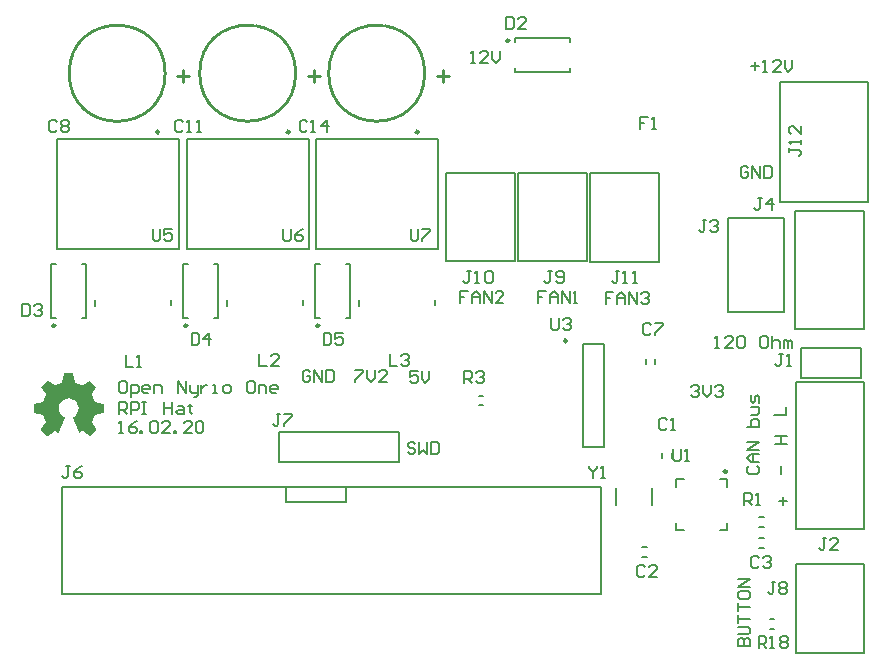
<source format=gto>
%FSLAX25Y25*%
%MOIN*%
G70*
G01*
G75*
G04 Layer_Color=65535*
%ADD10C,0.03937*%
%ADD11C,0.03150*%
%ADD12C,0.00787*%
%ADD13C,0.01575*%
%ADD14C,0.01969*%
%ADD15C,0.02362*%
%ADD16C,0.02756*%
%ADD17C,0.01181*%
%ADD18R,0.09843X0.09843*%
%ADD19R,0.02874X0.01181*%
%ADD20R,0.01181X0.02874*%
%ADD21R,0.05512X0.07874*%
%ADD22R,0.07874X0.05512*%
%ADD23C,0.05906*%
%ADD24R,0.03937X0.03937*%
%ADD25C,0.03937*%
%ADD26R,0.15748X0.06299*%
%ADD27R,0.09449X0.06693*%
%ADD28O,0.08661X0.02362*%
%ADD29C,0.05906*%
%ADD30R,0.06890X0.06890*%
%ADD31C,0.06890*%
%ADD32C,0.06102*%
%ADD33R,0.06102X0.06102*%
%ADD34R,0.06102X0.06102*%
%ADD35C,0.08071*%
%ADD36R,0.08071X0.08071*%
%ADD37C,0.19685*%
%ADD38R,0.06102X0.06000*%
%ADD39C,0.05118*%
%ADD40R,0.05118X0.05118*%
%ADD41C,0.02756*%
%ADD42C,0.02362*%
%ADD43R,0.07087X0.05906*%
%ADD44O,0.07008X0.02362*%
%ADD45R,0.02362X0.05512*%
%ADD46R,0.03937X0.03937*%
%ADD47R,0.08583X0.06378*%
%ADD48R,0.08976X0.07480*%
%ADD49R,0.10039X0.11614*%
%ADD50C,0.01000*%
%ADD51C,0.00984*%
%ADD52C,0.00591*%
G36*
X32079Y102903D02*
X32115Y102817D01*
X32112Y102816D01*
X32647Y100029D01*
X32682Y99943D01*
X32739Y99919D01*
X35074Y98952D01*
X35131Y98929D01*
X35217Y98964D01*
X35215Y98967D01*
X37564Y100560D01*
X37650Y100595D01*
X37765Y100548D01*
X37756Y100539D01*
X39773Y98539D01*
X39821Y98425D01*
X39785Y98339D01*
X39783Y98340D01*
X38190Y95991D01*
X38154Y95906D01*
X38178Y95848D01*
X39145Y93514D01*
X39169Y93457D01*
X39254Y93421D01*
X39255Y93424D01*
X42042Y92889D01*
X42128Y92854D01*
X42176Y92739D01*
X42164D01*
X42176Y89899D01*
Y89899D01*
X42128Y89784D01*
X42042Y89748D01*
X42042Y89751D01*
X39254Y89217D01*
X39169Y89181D01*
X39145Y89124D01*
X39145D01*
X38178Y86790D01*
X38154Y86732D01*
X38190Y86646D01*
X38192Y86648D01*
X39785Y84299D01*
X39821Y84213D01*
X39773Y84099D01*
X39765Y84107D01*
X37765Y82090D01*
X37650Y82042D01*
X37564Y82078D01*
X37566Y82081D01*
X35217Y83674D01*
X35131Y83709D01*
X35074Y83685D01*
X34005Y83243D01*
X33947Y83219D01*
X33833Y83266D01*
X33809Y83324D01*
X31841Y88144D01*
X31817Y88201D01*
X31865Y88316D01*
X31917Y88337D01*
X31918Y88335D01*
X32200Y88452D01*
X32886Y88978D01*
X33412Y89663D01*
X33742Y90462D01*
X33855Y91319D01*
X33742Y92176D01*
X33412Y92974D01*
X32886Y93660D01*
X32200Y94186D01*
X31401Y94517D01*
X30544Y94630D01*
X29688Y94517D01*
X28889Y94186D01*
X28203Y93660D01*
X27677Y92974D01*
X27346Y92176D01*
X27234Y91319D01*
X27346Y90462D01*
X27677Y89663D01*
X28203Y88978D01*
X28889Y88452D01*
X29171Y88335D01*
X29172Y88337D01*
X29224Y88316D01*
X29272Y88201D01*
X29248Y88144D01*
X27280Y83324D01*
X27256Y83266D01*
X27141Y83219D01*
X27084Y83243D01*
X26015Y83685D01*
X25958Y83709D01*
X25872Y83674D01*
X25874Y83671D01*
X23525Y82078D01*
X23439Y82042D01*
X23324Y82090D01*
X23333Y82099D01*
X21316Y84099D01*
X21268Y84213D01*
X21304Y84299D01*
X21306Y84297D01*
X22899Y86646D01*
X22935Y86732D01*
X22911Y86790D01*
X21944Y89124D01*
X21920Y89181D01*
X21834Y89217D01*
X21834Y89214D01*
X19046Y89748D01*
X18960Y89784D01*
X18913Y89899D01*
X18925D01*
X18913Y92739D01*
X18960Y92854D01*
X19046Y92889D01*
X19047Y92886D01*
X21834Y93421D01*
X21920Y93457D01*
X21944Y93514D01*
X21944D01*
X22911Y95848D01*
X22935Y95906D01*
X22899Y95991D01*
X22896Y95990D01*
X21304Y98339D01*
X21268Y98425D01*
X21316Y98539D01*
X21324Y98531D01*
X23324Y100548D01*
X23439Y100595D01*
X23525Y100560D01*
X23523Y100557D01*
X25872Y98964D01*
X25958Y98929D01*
X26015Y98952D01*
X28349Y99919D01*
X28407Y99943D01*
X28442Y100029D01*
X28439Y100030D01*
X28974Y102817D01*
X29009Y102903D01*
X29124Y102950D01*
X29124D01*
Y102938D01*
X31965Y102950D01*
X31965D01*
X32079Y102903D01*
D02*
G37*
D12*
X294500Y101500D02*
Y111500D01*
X274500Y101500D02*
X294500D01*
X274500D02*
Y111500D01*
X294500D01*
X156327Y140315D02*
Y169843D01*
Y140315D02*
X179161D01*
Y169843D01*
X156327D02*
X179161D01*
X180327Y140315D02*
Y169843D01*
Y140315D02*
X203161D01*
Y169843D01*
X180327D02*
X203161D01*
X204327Y140157D02*
Y169685D01*
Y140157D02*
X227161D01*
Y169685D01*
X204327D02*
X227161D01*
X297000Y160000D02*
Y200000D01*
X267500Y160000D02*
Y200000D01*
X297000D01*
X267500Y160000D02*
X297000D01*
X153665Y144465D02*
Y181079D01*
X113114Y144465D02*
X153665D01*
X113114D02*
Y181079D01*
X153665D01*
X110665Y144465D02*
Y181079D01*
X70114Y144465D02*
X110665D01*
X70114D02*
Y181079D01*
X110665D01*
X67165Y144465D02*
Y181079D01*
X26614Y144465D02*
X67165D01*
X26614D02*
Y181079D01*
X67165D01*
X112791Y121445D02*
Y139555D01*
X124209Y121445D02*
Y139555D01*
X112791Y121445D02*
X114169D01*
X112791Y139555D02*
X114169D01*
X122831Y121445D02*
X124209D01*
X122831Y139555D02*
X124209D01*
X68791Y121445D02*
Y139555D01*
X80209Y121445D02*
Y139555D01*
X68791Y121445D02*
X70169D01*
X68791Y139555D02*
X70169D01*
X78831Y121445D02*
X80209D01*
X78831Y139555D02*
X80209D01*
X24791Y121445D02*
Y139555D01*
X36209Y121445D02*
Y139555D01*
X24791Y121445D02*
X26169D01*
X24791Y139555D02*
X26169D01*
X34831Y121445D02*
X36209D01*
X34831Y139555D02*
X36209D01*
X272945Y50972D02*
X295779D01*
X272945D02*
Y100185D01*
X295779D01*
Y50972D02*
Y100185D01*
X295673Y9815D02*
Y39342D01*
X272839D02*
X295673D01*
X272839Y9815D02*
Y39342D01*
Y9815D02*
X295673D01*
X179445Y214709D02*
X197555D01*
X179445Y203291D02*
X197555D01*
X179445Y213331D02*
Y214709D01*
X197555Y213331D02*
Y214709D01*
X179445Y203291D02*
Y204669D01*
X197555Y203291D02*
Y204669D01*
X28157Y65205D02*
X208079D01*
X28157Y29378D02*
X208079D01*
Y65205D01*
X28157Y29378D02*
Y65205D01*
X103118Y60106D02*
Y64811D01*
Y60106D02*
X123118D01*
Y64811D01*
X260800Y51900D02*
X262200D01*
X260800Y55100D02*
X262200D01*
X228425Y74713D02*
Y76287D01*
X231575Y74713D02*
Y76287D01*
X272500Y117657D02*
X295500D01*
Y157158D01*
X272500D02*
X295500D01*
X272500Y117657D02*
Y157158D01*
X64795Y125713D02*
Y127484D01*
X39205Y125516D02*
Y127287D01*
X108795Y125713D02*
Y127484D01*
X83205Y125516D02*
Y127287D01*
X152795Y125713D02*
Y127484D01*
X127205Y125516D02*
Y127287D01*
X221713Y45075D02*
X223287D01*
X221713Y41925D02*
X223287D01*
X260713Y44925D02*
X262287D01*
X260713Y48075D02*
X262287D01*
X213094Y59244D02*
Y64756D01*
X224905Y59244D02*
Y64756D01*
X226075Y106213D02*
Y107787D01*
X222925Y106213D02*
Y107787D01*
X201957Y78374D02*
X209043D01*
X201957Y112626D02*
X209043D01*
Y78374D02*
Y112626D01*
X201957Y78374D02*
Y112626D01*
X167300Y95600D02*
X168700D01*
X167300Y92400D02*
X168700D01*
X100500Y83500D02*
X140500D01*
X100500Y73500D02*
Y83500D01*
Y73500D02*
X140500D01*
Y83500D01*
X264300Y21100D02*
X265700D01*
X264300Y17900D02*
X265700D01*
X268992Y123378D02*
Y154677D01*
X250291D02*
X268992D01*
X250291Y123378D02*
Y154677D01*
Y123378D02*
X268992D01*
D50*
X149193Y203031D02*
G03*
X149193Y203031I-16000J0D01*
G01*
X106193D02*
G03*
X106193Y203031I-16000J0D01*
G01*
X147185Y183441D02*
G03*
X147185Y183441I-500J0D01*
G01*
X104185D02*
G03*
X104185Y183441I-500J0D01*
G01*
X60685D02*
G03*
X60685Y183441I-500J0D01*
G01*
X62693Y203000D02*
G03*
X62693Y203000I-16000J0D01*
G01*
X157193Y202032D02*
X153194D01*
X155194Y200033D02*
Y204032D01*
X114193Y202032D02*
X110194D01*
X112194Y200033D02*
Y204032D01*
X70693Y202001D02*
X66694D01*
X68694Y200002D02*
Y204000D01*
D51*
X249929Y70260D02*
G03*
X249929Y70260I-492J0D01*
G01*
X114071Y118886D02*
G03*
X114071Y118886I-492J0D01*
G01*
X70071D02*
G03*
X70071Y118886I-492J0D01*
G01*
X26071D02*
G03*
X26071Y118886I-492J0D01*
G01*
X177378Y213921D02*
G03*
X177378Y213921I-492J0D01*
G01*
X196543Y113847D02*
G03*
X196543Y113847I-492J0D01*
G01*
D52*
X233098Y65240D02*
Y67701D01*
X235559D01*
X233098Y50772D02*
Y53232D01*
Y50772D02*
X235559D01*
X247567D02*
X250028D01*
Y53232D01*
Y65240D02*
Y67701D01*
X247567D02*
X250028D01*
X164703Y137118D02*
X163391D01*
X164047D01*
Y133838D01*
X163391Y133182D01*
X162735D01*
X162079Y133838D01*
X166015Y133182D02*
X167326D01*
X166671D01*
Y137118D01*
X166015Y136462D01*
X169294D02*
X169950Y137118D01*
X171262D01*
X171918Y136462D01*
Y133838D01*
X171262Y133182D01*
X169950D01*
X169294Y133838D01*
Y136462D01*
X101124Y89436D02*
X99812D01*
X100468D01*
Y86156D01*
X99812Y85500D01*
X99156D01*
X98500Y86156D01*
X102436Y89436D02*
X105060D01*
Y88780D01*
X102436Y86156D01*
Y85500D01*
X204000Y71936D02*
Y71280D01*
X205312Y69968D01*
X206624Y71280D01*
Y71936D01*
X205312Y69968D02*
Y68000D01*
X207936D02*
X209248D01*
X208592D01*
Y71936D01*
X207936Y71280D01*
X144500Y150936D02*
Y147656D01*
X145156Y147000D01*
X146468D01*
X147124Y147656D01*
Y150936D01*
X148436D02*
X151060D01*
Y150280D01*
X148436Y147656D01*
Y147000D01*
X102000Y150936D02*
Y147656D01*
X102656Y147000D01*
X103968D01*
X104624Y147656D01*
Y150936D01*
X108560D02*
X107248Y150280D01*
X105936Y148968D01*
Y147656D01*
X106592Y147000D01*
X107904D01*
X108560Y147656D01*
Y148312D01*
X107904Y148968D01*
X105936D01*
X58500Y150936D02*
Y147656D01*
X59156Y147000D01*
X60468D01*
X61124Y147656D01*
Y150936D01*
X65060D02*
X62436D01*
Y148968D01*
X63748Y149624D01*
X64404D01*
X65060Y148968D01*
Y147656D01*
X64404Y147000D01*
X63092D01*
X62436Y147656D01*
X191251Y121380D02*
Y118101D01*
X191907Y117445D01*
X193219D01*
X193875Y118101D01*
Y121380D01*
X195187Y120725D02*
X195843Y121380D01*
X197155D01*
X197811Y120725D01*
Y120069D01*
X197155Y119413D01*
X196499D01*
X197155D01*
X197811Y118757D01*
Y118101D01*
X197155Y117445D01*
X195843D01*
X195187Y118101D01*
X231950Y77780D02*
Y74500D01*
X232606Y73844D01*
X233918D01*
X234574Y74500D01*
Y77780D01*
X235886Y73844D02*
X237198D01*
X236542D01*
Y77780D01*
X235886Y77124D01*
X260500Y11500D02*
Y15436D01*
X262468D01*
X263124Y14780D01*
Y13468D01*
X262468Y12812D01*
X260500D01*
X261812D02*
X263124Y11500D01*
X264436D02*
X265748D01*
X265092D01*
Y15436D01*
X264436Y14780D01*
X267716D02*
X268372Y15436D01*
X269683D01*
X270339Y14780D01*
Y14124D01*
X269683Y13468D01*
X270339Y12812D01*
Y12156D01*
X269683Y11500D01*
X268372D01*
X267716Y12156D01*
Y12812D01*
X268372Y13468D01*
X267716Y14124D01*
Y14780D01*
X268372Y13468D02*
X269683D01*
X162251Y99745D02*
Y103681D01*
X164219D01*
X164875Y103025D01*
Y101713D01*
X164219Y101057D01*
X162251D01*
X163563D02*
X164875Y99745D01*
X166187Y103025D02*
X166843Y103681D01*
X168155D01*
X168811Y103025D01*
Y102369D01*
X168155Y101713D01*
X167499D01*
X168155D01*
X168811Y101057D01*
Y100401D01*
X168155Y99745D01*
X166843D01*
X166187Y100401D01*
X255800Y59200D02*
Y63136D01*
X257768D01*
X258424Y62480D01*
Y61168D01*
X257768Y60512D01*
X255800D01*
X257112D02*
X258424Y59200D01*
X259736D02*
X261048D01*
X260392D01*
Y63136D01*
X259736Y62480D01*
X137500Y109436D02*
Y105500D01*
X140124D01*
X141436Y108780D02*
X142092Y109436D01*
X143404D01*
X144060Y108780D01*
Y108124D01*
X143404Y107468D01*
X142748D01*
X143404D01*
X144060Y106812D01*
Y106156D01*
X143404Y105500D01*
X142092D01*
X141436Y106156D01*
X94034Y109470D02*
Y105535D01*
X96658D01*
X100594D02*
X97970D01*
X100594Y108158D01*
Y108814D01*
X99938Y109470D01*
X98626D01*
X97970Y108814D01*
X49500Y108936D02*
Y105000D01*
X52124D01*
X53436D02*
X54748D01*
X54092D01*
Y108936D01*
X53436Y108280D01*
X270564Y178124D02*
Y176812D01*
Y177468D01*
X273844D01*
X274500Y176812D01*
Y176156D01*
X273844Y175500D01*
X274500Y179436D02*
Y180748D01*
Y180092D01*
X270564D01*
X271220Y179436D01*
X274500Y185339D02*
Y182715D01*
X271876Y185339D01*
X271220D01*
X270564Y184683D01*
Y183371D01*
X271220Y182715D01*
X266124Y33436D02*
X264812D01*
X265468D01*
Y30156D01*
X264812Y29500D01*
X264156D01*
X263500Y30156D01*
X267436Y32780D02*
X268092Y33436D01*
X269404D01*
X270060Y32780D01*
Y32124D01*
X269404Y31468D01*
X270060Y30812D01*
Y30156D01*
X269404Y29500D01*
X268092D01*
X267436Y30156D01*
Y30812D01*
X268092Y31468D01*
X267436Y32124D01*
Y32780D01*
X268092Y31468D02*
X269404D01*
X30975Y72080D02*
X29663D01*
X30319D01*
Y68801D01*
X29663Y68145D01*
X29007D01*
X28351Y68801D01*
X34911Y72080D02*
X33599Y71425D01*
X32287Y70113D01*
Y68801D01*
X32943Y68145D01*
X34255D01*
X34911Y68801D01*
Y69457D01*
X34255Y70113D01*
X32287D01*
X214124Y136936D02*
X212812D01*
X213468D01*
Y133656D01*
X212812Y133000D01*
X212156D01*
X211500Y133656D01*
X215436Y133000D02*
X216748D01*
X216092D01*
Y136936D01*
X215436Y136280D01*
X218716Y133000D02*
X220027D01*
X219372D01*
Y136936D01*
X218716Y136280D01*
X191624Y136936D02*
X190312D01*
X190968D01*
Y133656D01*
X190312Y133000D01*
X189656D01*
X189000Y133656D01*
X192936D02*
X193592Y133000D01*
X194904D01*
X195560Y133656D01*
Y136280D01*
X194904Y136936D01*
X193592D01*
X192936Y136280D01*
Y135624D01*
X193592Y134968D01*
X195560D01*
X261624Y161436D02*
X260312D01*
X260968D01*
Y158156D01*
X260312Y157500D01*
X259656D01*
X259000Y158156D01*
X264904Y157500D02*
Y161436D01*
X262936Y159468D01*
X265560D01*
X243124Y153936D02*
X241812D01*
X242468D01*
Y150656D01*
X241812Y150000D01*
X241156D01*
X240500Y150656D01*
X244436Y153280D02*
X245092Y153936D01*
X246404D01*
X247060Y153280D01*
Y152624D01*
X246404Y151968D01*
X245748D01*
X246404D01*
X247060Y151312D01*
Y150656D01*
X246404Y150000D01*
X245092D01*
X244436Y150656D01*
X283124Y47936D02*
X281812D01*
X282468D01*
Y44656D01*
X281812Y44000D01*
X281156D01*
X280500Y44656D01*
X287060Y44000D02*
X284436D01*
X287060Y46624D01*
Y47280D01*
X286404Y47936D01*
X285092D01*
X284436Y47280D01*
X268624Y109436D02*
X267312D01*
X267968D01*
Y106156D01*
X267312Y105500D01*
X266656D01*
X266000Y106156D01*
X269936Y105500D02*
X271248D01*
X270592D01*
Y109436D01*
X269936Y108780D01*
X111124Y103280D02*
X110468Y103936D01*
X109156D01*
X108500Y103280D01*
Y100656D01*
X109156Y100000D01*
X110468D01*
X111124Y100656D01*
Y101968D01*
X109812D01*
X112436Y100000D02*
Y103936D01*
X115060Y100000D01*
Y103936D01*
X116372D02*
Y100000D01*
X118339D01*
X118995Y100656D01*
Y103280D01*
X118339Y103936D01*
X116372D01*
X223624Y188436D02*
X221000D01*
Y186468D01*
X222312D01*
X221000D01*
Y184500D01*
X224936D02*
X226248D01*
X225592D01*
Y188436D01*
X224936Y187780D01*
X115500Y116436D02*
Y112500D01*
X117468D01*
X118124Y113156D01*
Y115780D01*
X117468Y116436D01*
X115500D01*
X122060D02*
X119436D01*
Y114468D01*
X120748Y115124D01*
X121404D01*
X122060Y114468D01*
Y113156D01*
X121404Y112500D01*
X120092D01*
X119436Y113156D01*
X71500Y116436D02*
Y112500D01*
X73468D01*
X74124Y113156D01*
Y115780D01*
X73468Y116436D01*
X71500D01*
X77404Y112500D02*
Y116436D01*
X75436Y114468D01*
X78060D01*
X15000Y125936D02*
Y122000D01*
X16968D01*
X17624Y122656D01*
Y125280D01*
X16968Y125936D01*
X15000D01*
X18936Y125280D02*
X19592Y125936D01*
X20904D01*
X21560Y125280D01*
Y124624D01*
X20904Y123968D01*
X20248D01*
X20904D01*
X21560Y123312D01*
Y122656D01*
X20904Y122000D01*
X19592D01*
X18936Y122656D01*
X176451Y221780D02*
Y217845D01*
X178419D01*
X179075Y218501D01*
Y221125D01*
X178419Y221780D01*
X176451D01*
X183011Y217845D02*
X180387D01*
X183011Y220469D01*
Y221125D01*
X182355Y221780D01*
X181043D01*
X180387Y221125D01*
X110124Y186780D02*
X109468Y187436D01*
X108156D01*
X107500Y186780D01*
Y184156D01*
X108156Y183500D01*
X109468D01*
X110124Y184156D01*
X111436Y183500D02*
X112748D01*
X112092D01*
Y187436D01*
X111436Y186780D01*
X116683Y183500D02*
Y187436D01*
X114716Y185468D01*
X117339D01*
X68624Y186780D02*
X67968Y187436D01*
X66656D01*
X66000Y186780D01*
Y184156D01*
X66656Y183500D01*
X67968D01*
X68624Y184156D01*
X69936Y183500D02*
X71248D01*
X70592D01*
Y187436D01*
X69936Y186780D01*
X73216Y183500D02*
X74527D01*
X73871D01*
Y187436D01*
X73216Y186780D01*
X26624D02*
X25968Y187436D01*
X24656D01*
X24000Y186780D01*
Y184156D01*
X24656Y183500D01*
X25968D01*
X26624Y184156D01*
X27936Y186780D02*
X28592Y187436D01*
X29904D01*
X30560Y186780D01*
Y186124D01*
X29904Y185468D01*
X30560Y184812D01*
Y184156D01*
X29904Y183500D01*
X28592D01*
X27936Y184156D01*
Y184812D01*
X28592Y185468D01*
X27936Y186124D01*
Y186780D01*
X28592Y185468D02*
X29904D01*
X224575Y119068D02*
X223919Y119724D01*
X222607D01*
X221951Y119068D01*
Y116444D01*
X222607Y115788D01*
X223919D01*
X224575Y116444D01*
X225887Y119724D02*
X228511D01*
Y119068D01*
X225887Y116444D01*
Y115788D01*
X222624Y38280D02*
X221968Y38936D01*
X220656D01*
X220000Y38280D01*
Y35656D01*
X220656Y35000D01*
X221968D01*
X222624Y35656D01*
X226560Y35000D02*
X223936D01*
X226560Y37624D01*
Y38280D01*
X225904Y38936D01*
X224592D01*
X223936Y38280D01*
X230075Y87525D02*
X229419Y88181D01*
X228107D01*
X227451Y87525D01*
Y84901D01*
X228107Y84245D01*
X229419D01*
X230075Y84901D01*
X231387Y84245D02*
X232699D01*
X232043D01*
Y88181D01*
X231387Y87525D01*
X260667Y41280D02*
X260011Y41936D01*
X258699D01*
X258043Y41280D01*
Y38656D01*
X258699Y38000D01*
X260011D01*
X260667Y38656D01*
X261979Y41280D02*
X262635Y41936D01*
X263947D01*
X264603Y41280D01*
Y40624D01*
X263947Y39968D01*
X263291D01*
X263947D01*
X264603Y39312D01*
Y38656D01*
X263947Y38000D01*
X262635D01*
X261979Y38656D01*
X164500Y206500D02*
X165812D01*
X165156D01*
Y210436D01*
X164500Y209780D01*
X170404Y206500D02*
X167780D01*
X170404Y209124D01*
Y209780D01*
X169748Y210436D01*
X168436D01*
X167780Y209780D01*
X171715Y210436D02*
Y207812D01*
X173027Y206500D01*
X174339Y207812D01*
Y210436D01*
X126000Y103936D02*
X128624D01*
Y103280D01*
X126000Y100656D01*
Y100000D01*
X129936Y103936D02*
Y101312D01*
X131248Y100000D01*
X132560Y101312D01*
Y103936D01*
X136495Y100000D02*
X133871D01*
X136495Y102624D01*
Y103280D01*
X135839Y103936D01*
X134527D01*
X133871Y103280D01*
X146824Y103836D02*
X144200D01*
Y101868D01*
X145512Y102524D01*
X146168D01*
X146824Y101868D01*
Y100556D01*
X146168Y99900D01*
X144856D01*
X144200Y100556D01*
X148136Y103836D02*
Y101212D01*
X149448Y99900D01*
X150760Y101212D01*
Y103836D01*
X238000Y98280D02*
X238656Y98936D01*
X239968D01*
X240624Y98280D01*
Y97624D01*
X239968Y96968D01*
X239312D01*
X239968D01*
X240624Y96312D01*
Y95656D01*
X239968Y95000D01*
X238656D01*
X238000Y95656D01*
X241936Y98936D02*
Y96312D01*
X243248Y95000D01*
X244560Y96312D01*
Y98936D01*
X245871Y98280D02*
X246527Y98936D01*
X247839D01*
X248495Y98280D01*
Y97624D01*
X247839Y96968D01*
X247183D01*
X247839D01*
X248495Y96312D01*
Y95656D01*
X247839Y95000D01*
X246527D01*
X245871Y95656D01*
X146124Y79280D02*
X145468Y79936D01*
X144156D01*
X143500Y79280D01*
Y78624D01*
X144156Y77968D01*
X145468D01*
X146124Y77312D01*
Y76656D01*
X145468Y76000D01*
X144156D01*
X143500Y76656D01*
X147436Y79936D02*
Y76000D01*
X148748Y77312D01*
X150060Y76000D01*
Y79936D01*
X151372D02*
Y76000D01*
X153339D01*
X153995Y76656D01*
Y79280D01*
X153339Y79936D01*
X151372D01*
X189624Y130436D02*
X187000D01*
Y128468D01*
X188312D01*
X187000D01*
Y126500D01*
X190936D02*
Y129124D01*
X192248Y130436D01*
X193560Y129124D01*
Y126500D01*
Y128468D01*
X190936D01*
X194871Y126500D02*
Y130436D01*
X197495Y126500D01*
Y130436D01*
X198807Y126500D02*
X200119D01*
X199463D01*
Y130436D01*
X198807Y129780D01*
X163624Y130436D02*
X161000D01*
Y128468D01*
X162312D01*
X161000D01*
Y126500D01*
X164936D02*
Y129124D01*
X166248Y130436D01*
X167560Y129124D01*
Y126500D01*
Y128468D01*
X164936D01*
X168871Y126500D02*
Y130436D01*
X171495Y126500D01*
Y130436D01*
X175431Y126500D02*
X172807D01*
X175431Y129124D01*
Y129780D01*
X174775Y130436D01*
X173463D01*
X172807Y129780D01*
X212124Y129936D02*
X209500D01*
Y127968D01*
X210812D01*
X209500D01*
Y126000D01*
X213436D02*
Y128624D01*
X214748Y129936D01*
X216060Y128624D01*
Y126000D01*
Y127968D01*
X213436D01*
X217372Y126000D02*
Y129936D01*
X219995Y126000D01*
Y129936D01*
X221307Y129280D02*
X221963Y129936D01*
X223275D01*
X223931Y129280D01*
Y128624D01*
X223275Y127968D01*
X222619D01*
X223275D01*
X223931Y127312D01*
Y126656D01*
X223275Y126000D01*
X221963D01*
X221307Y126656D01*
X257220Y72124D02*
X256564Y71468D01*
Y70156D01*
X257220Y69500D01*
X259844D01*
X260500Y70156D01*
Y71468D01*
X259844Y72124D01*
X260500Y73436D02*
X257876D01*
X256564Y74748D01*
X257876Y76060D01*
X260500D01*
X258532D01*
Y73436D01*
X260500Y77372D02*
X256564D01*
X260500Y79995D01*
X256564D01*
Y85243D02*
X260500D01*
Y87211D01*
X259844Y87867D01*
X259188D01*
X258532D01*
X257876Y87211D01*
Y85243D01*
Y89179D02*
X259844D01*
X260500Y89835D01*
Y91803D01*
X257876D01*
X260500Y93114D02*
Y95082D01*
X259844Y95738D01*
X259188Y95082D01*
Y93770D01*
X258532Y93114D01*
X257876Y93770D01*
Y95738D01*
X268532Y59000D02*
Y61624D01*
X267220Y60312D02*
X269844D01*
X268032Y69500D02*
Y72124D01*
X266064Y79500D02*
X270000D01*
X268032D01*
Y82124D01*
X266064D01*
X270000D01*
X265564Y89000D02*
X269500D01*
Y91624D01*
X246000Y111500D02*
X247312D01*
X246656D01*
Y115436D01*
X246000Y114780D01*
X251904Y111500D02*
X249280D01*
X251904Y114124D01*
Y114780D01*
X251248Y115436D01*
X249936D01*
X249280Y114780D01*
X253216D02*
X253871Y115436D01*
X255183D01*
X255839Y114780D01*
Y112156D01*
X255183Y111500D01*
X253871D01*
X253216Y112156D01*
Y114780D01*
X263055Y115436D02*
X261743D01*
X261087Y114780D01*
Y112156D01*
X261743Y111500D01*
X263055D01*
X263711Y112156D01*
Y114780D01*
X263055Y115436D01*
X265023D02*
Y111500D01*
Y113468D01*
X265679Y114124D01*
X266991D01*
X267647Y113468D01*
Y111500D01*
X268958D02*
Y114124D01*
X269614D01*
X270270Y113468D01*
Y111500D01*
Y113468D01*
X270926Y114124D01*
X271582Y113468D01*
Y111500D01*
X258000Y205468D02*
X260624D01*
X259312Y206780D02*
Y204156D01*
X261936Y203500D02*
X263248D01*
X262592D01*
Y207436D01*
X261936Y206780D01*
X267839Y203500D02*
X265215D01*
X267839Y206124D01*
Y206780D01*
X267183Y207436D01*
X265872D01*
X265215Y206780D01*
X269151Y207436D02*
Y204812D01*
X270463Y203500D01*
X271775Y204812D01*
Y207436D01*
X257124Y171280D02*
X256468Y171936D01*
X255156D01*
X254500Y171280D01*
Y168656D01*
X255156Y168000D01*
X256468D01*
X257124Y168656D01*
Y169968D01*
X255812D01*
X258436Y168000D02*
Y171936D01*
X261060Y168000D01*
Y171936D01*
X262371D02*
Y168000D01*
X264339D01*
X264995Y168656D01*
Y171280D01*
X264339Y171936D01*
X262371D01*
X253564Y12000D02*
X257500D01*
Y13968D01*
X256844Y14624D01*
X256188D01*
X255532Y13968D01*
Y12000D01*
Y13968D01*
X254876Y14624D01*
X254220D01*
X253564Y13968D01*
Y12000D01*
Y15936D02*
X256844D01*
X257500Y16592D01*
Y17904D01*
X256844Y18560D01*
X253564D01*
Y19872D02*
Y22495D01*
Y21183D01*
X257500D01*
X253564Y23807D02*
Y26431D01*
Y25119D01*
X257500D01*
X253564Y29711D02*
Y28399D01*
X254220Y27743D01*
X256844D01*
X257500Y28399D01*
Y29711D01*
X256844Y30367D01*
X254220D01*
X253564Y29711D01*
X257500Y31679D02*
X253564D01*
X257500Y34302D01*
X253564D01*
X49212Y100436D02*
X47900D01*
X47244Y99780D01*
Y97156D01*
X47900Y96500D01*
X49212D01*
X49868Y97156D01*
Y99780D01*
X49212Y100436D01*
X51180Y95188D02*
Y99124D01*
X53148D01*
X53804Y98468D01*
Y97156D01*
X53148Y96500D01*
X51180D01*
X57083D02*
X55771D01*
X55116Y97156D01*
Y98468D01*
X55771Y99124D01*
X57083D01*
X57739Y98468D01*
Y97812D01*
X55116D01*
X59051Y96500D02*
Y99124D01*
X61019D01*
X61675Y98468D01*
Y96500D01*
X66923D02*
Y100436D01*
X69547Y96500D01*
Y100436D01*
X70859Y99124D02*
Y97156D01*
X71514Y96500D01*
X73482D01*
Y95844D01*
X72826Y95188D01*
X72170D01*
X73482Y96500D02*
Y99124D01*
X74794D02*
Y96500D01*
Y97812D01*
X75450Y98468D01*
X76106Y99124D01*
X76762D01*
X78730Y96500D02*
X80042D01*
X79386D01*
Y99124D01*
X78730D01*
X82666Y96500D02*
X83978D01*
X84634Y97156D01*
Y98468D01*
X83978Y99124D01*
X82666D01*
X82010Y98468D01*
Y97156D01*
X82666Y96500D01*
X91849Y100436D02*
X90537D01*
X89881Y99780D01*
Y97156D01*
X90537Y96500D01*
X91849D01*
X92505Y97156D01*
Y99780D01*
X91849Y100436D01*
X93817Y96500D02*
Y99124D01*
X95785D01*
X96441Y98468D01*
Y96500D01*
X99721D02*
X98409D01*
X97753Y97156D01*
Y98468D01*
X98409Y99124D01*
X99721D01*
X100377Y98468D01*
Y97812D01*
X97753D01*
X47244Y89500D02*
Y93436D01*
X49212D01*
X49868Y92780D01*
Y91468D01*
X49212Y90812D01*
X47244D01*
X48556D02*
X49868Y89500D01*
X51180D02*
Y93436D01*
X53148D01*
X53804Y92780D01*
Y91468D01*
X53148Y90812D01*
X51180D01*
X55116Y93436D02*
X56428D01*
X55771D01*
Y89500D01*
X55116D01*
X56428D01*
X62331Y93436D02*
Y89500D01*
Y91468D01*
X64955D01*
Y93436D01*
Y89500D01*
X66923Y92124D02*
X68235D01*
X68891Y91468D01*
Y89500D01*
X66923D01*
X66267Y90156D01*
X66923Y90812D01*
X68891D01*
X70859Y92780D02*
Y92124D01*
X70203D01*
X71514D01*
X70859D01*
Y90156D01*
X71514Y89500D01*
X47244Y83000D02*
X48556D01*
X47900D01*
Y86936D01*
X47244Y86280D01*
X53148Y86936D02*
X51836Y86280D01*
X50524Y84968D01*
Y83656D01*
X51180Y83000D01*
X52492D01*
X53148Y83656D01*
Y84312D01*
X52492Y84968D01*
X50524D01*
X54460Y83000D02*
Y83656D01*
X55116D01*
Y83000D01*
X54460D01*
X57739Y86280D02*
X58395Y86936D01*
X59707D01*
X60363Y86280D01*
Y83656D01*
X59707Y83000D01*
X58395D01*
X57739Y83656D01*
Y86280D01*
X64299Y83000D02*
X61675D01*
X64299Y85624D01*
Y86280D01*
X63643Y86936D01*
X62331D01*
X61675Y86280D01*
X65611Y83000D02*
Y83656D01*
X66267D01*
Y83000D01*
X65611D01*
X71514D02*
X68891D01*
X71514Y85624D01*
Y86280D01*
X70859Y86936D01*
X69547D01*
X68891Y86280D01*
X72826D02*
X73482Y86936D01*
X74794D01*
X75450Y86280D01*
Y83656D01*
X74794Y83000D01*
X73482D01*
X72826Y83656D01*
Y86280D01*
M02*

</source>
